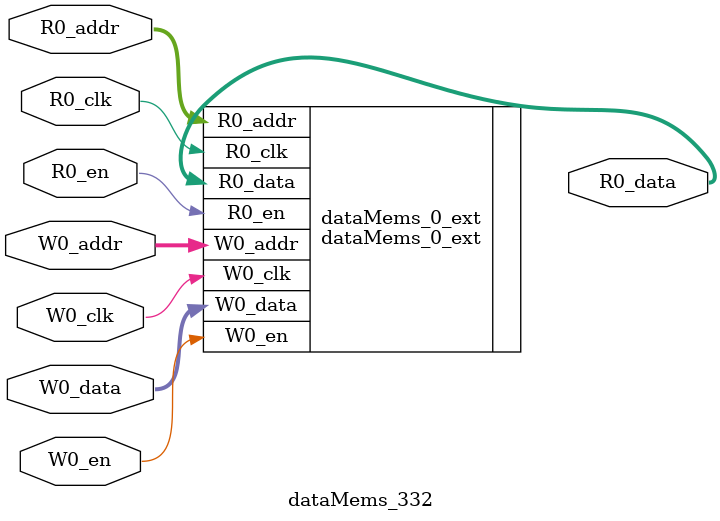
<source format=sv>
`ifndef RANDOMIZE
  `ifdef RANDOMIZE_REG_INIT
    `define RANDOMIZE
  `endif // RANDOMIZE_REG_INIT
`endif // not def RANDOMIZE
`ifndef RANDOMIZE
  `ifdef RANDOMIZE_MEM_INIT
    `define RANDOMIZE
  `endif // RANDOMIZE_MEM_INIT
`endif // not def RANDOMIZE

`ifndef RANDOM
  `define RANDOM $random
`endif // not def RANDOM

// Users can define 'PRINTF_COND' to add an extra gate to prints.
`ifndef PRINTF_COND_
  `ifdef PRINTF_COND
    `define PRINTF_COND_ (`PRINTF_COND)
  `else  // PRINTF_COND
    `define PRINTF_COND_ 1
  `endif // PRINTF_COND
`endif // not def PRINTF_COND_

// Users can define 'ASSERT_VERBOSE_COND' to add an extra gate to assert error printing.
`ifndef ASSERT_VERBOSE_COND_
  `ifdef ASSERT_VERBOSE_COND
    `define ASSERT_VERBOSE_COND_ (`ASSERT_VERBOSE_COND)
  `else  // ASSERT_VERBOSE_COND
    `define ASSERT_VERBOSE_COND_ 1
  `endif // ASSERT_VERBOSE_COND
`endif // not def ASSERT_VERBOSE_COND_

// Users can define 'STOP_COND' to add an extra gate to stop conditions.
`ifndef STOP_COND_
  `ifdef STOP_COND
    `define STOP_COND_ (`STOP_COND)
  `else  // STOP_COND
    `define STOP_COND_ 1
  `endif // STOP_COND
`endif // not def STOP_COND_

// Users can define INIT_RANDOM as general code that gets injected into the
// initializer block for modules with registers.
`ifndef INIT_RANDOM
  `define INIT_RANDOM
`endif // not def INIT_RANDOM

// If using random initialization, you can also define RANDOMIZE_DELAY to
// customize the delay used, otherwise 0.002 is used.
`ifndef RANDOMIZE_DELAY
  `define RANDOMIZE_DELAY 0.002
`endif // not def RANDOMIZE_DELAY

// Define INIT_RANDOM_PROLOG_ for use in our modules below.
`ifndef INIT_RANDOM_PROLOG_
  `ifdef RANDOMIZE
    `ifdef VERILATOR
      `define INIT_RANDOM_PROLOG_ `INIT_RANDOM
    `else  // VERILATOR
      `define INIT_RANDOM_PROLOG_ `INIT_RANDOM #`RANDOMIZE_DELAY begin end
    `endif // VERILATOR
  `else  // RANDOMIZE
    `define INIT_RANDOM_PROLOG_
  `endif // RANDOMIZE
`endif // not def INIT_RANDOM_PROLOG_

// Include register initializers in init blocks unless synthesis is set
`ifndef SYNTHESIS
  `ifndef ENABLE_INITIAL_REG_
    `define ENABLE_INITIAL_REG_
  `endif // not def ENABLE_INITIAL_REG_
`endif // not def SYNTHESIS

// Include rmemory initializers in init blocks unless synthesis is set
`ifndef SYNTHESIS
  `ifndef ENABLE_INITIAL_MEM_
    `define ENABLE_INITIAL_MEM_
  `endif // not def ENABLE_INITIAL_MEM_
`endif // not def SYNTHESIS

module dataMems_332(	// @[generators/ara/src/main/scala/UnsafeAXI4ToTL.scala:365:62]
  input  [4:0]  R0_addr,
  input         R0_en,
  input         R0_clk,
  output [66:0] R0_data,
  input  [4:0]  W0_addr,
  input         W0_en,
  input         W0_clk,
  input  [66:0] W0_data
);

  dataMems_0_ext dataMems_0_ext (	// @[generators/ara/src/main/scala/UnsafeAXI4ToTL.scala:365:62]
    .R0_addr (R0_addr),
    .R0_en   (R0_en),
    .R0_clk  (R0_clk),
    .R0_data (R0_data),
    .W0_addr (W0_addr),
    .W0_en   (W0_en),
    .W0_clk  (W0_clk),
    .W0_data (W0_data)
  );
endmodule


</source>
